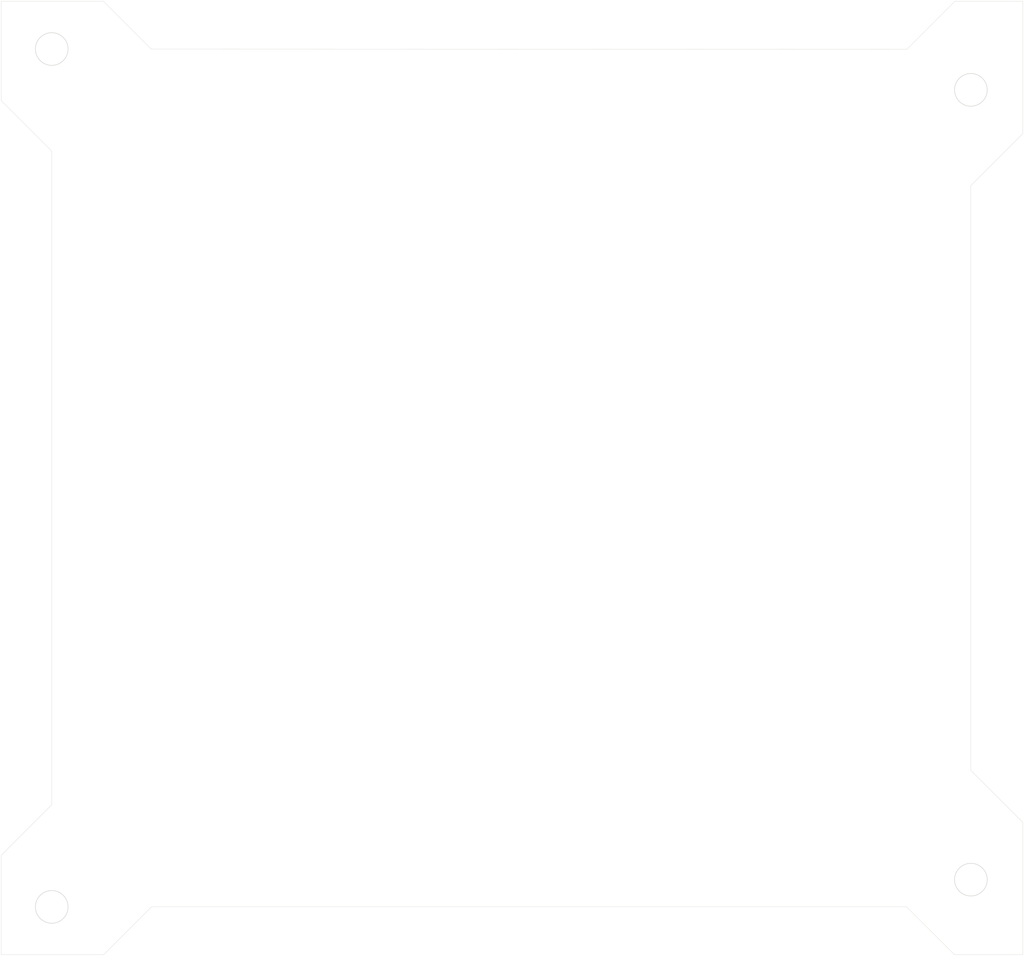
<source format=kicad_pcb>
(kicad_pcb (version 20171130) (host pcbnew "(5.1.4-0-10_14)")

  (general
    (thickness 1.6)
    (drawings 25)
    (tracks 0)
    (zones 0)
    (modules 0)
    (nets 2)
  )

  (page A4)
  (title_block
    (title "RC Test Circuit")
    (date 2019-11-18)
    (rev v1.0)
    (comment 4 "Author: Collin Heist")
  )

  (layers
    (0 F.Cu signal)
    (31 B.Cu signal)
    (32 B.Adhes user)
    (33 F.Adhes user)
    (34 B.Paste user hide)
    (35 F.Paste user)
    (36 B.SilkS user hide)
    (37 F.SilkS user)
    (38 B.Mask user)
    (39 F.Mask user)
    (40 Dwgs.User user hide)
    (41 Cmts.User user hide)
    (42 Eco1.User user hide)
    (43 Eco2.User user hide)
    (44 Edge.Cuts user)
    (45 Margin user hide)
    (46 B.CrtYd user hide)
    (47 F.CrtYd user hide)
    (48 B.Fab user)
    (49 F.Fab user hide)
  )

  (setup
    (last_trace_width 0.127)
    (user_trace_width 0.254)
    (user_trace_width 0.635)
    (user_trace_width 1.27)
    (user_trace_width 1.905)
    (user_trace_width 2.54)
    (trace_clearance 0.127)
    (zone_clearance 0.508)
    (zone_45_only no)
    (trace_min 0.127)
    (via_size 0.4572)
    (via_drill 0.254)
    (via_min_size 0.4572)
    (via_min_drill 0.254)
    (uvia_size 0.254)
    (uvia_drill 0.1016)
    (uvias_allowed no)
    (uvia_min_size 0)
    (uvia_min_drill 0)
    (edge_width 0.05)
    (segment_width 0.2)
    (pcb_text_width 0.3)
    (pcb_text_size 1.5 1.5)
    (mod_edge_width 0.12)
    (mod_text_size 1 1)
    (mod_text_width 0.15)
    (pad_size 3.50012 3.50012)
    (pad_drill 1.50114)
    (pad_to_mask_clearance 0.051)
    (solder_mask_min_width 0.25)
    (aux_axis_origin 0 0)
    (grid_origin 25.4 25.4)
    (visible_elements FFFFFF7F)
    (pcbplotparams
      (layerselection 0x010eb_ffffffff)
      (usegerberextensions false)
      (usegerberattributes false)
      (usegerberadvancedattributes false)
      (creategerberjobfile false)
      (excludeedgelayer true)
      (linewidth 0.100000)
      (plotframeref false)
      (viasonmask false)
      (mode 1)
      (useauxorigin false)
      (hpglpennumber 1)
      (hpglpenspeed 20)
      (hpglpendiameter 15.000000)
      (psnegative false)
      (psa4output false)
      (plotreference true)
      (plotvalue true)
      (plotinvisibletext false)
      (padsonsilk false)
      (subtractmaskfromsilk false)
      (outputformat 1)
      (mirror false)
      (drillshape 0)
      (scaleselection 1)
      (outputdirectory "Outputs/Gerbers/"))
  )

  (net 0 "")
  (net 1 GND)

  (net_class Default "This is the default net class."
    (clearance 0.127)
    (trace_width 0.127)
    (via_dia 0.4572)
    (via_drill 0.254)
    (uvia_dia 0.254)
    (uvia_drill 0.1016)
  )

  (gr_line (start 114.2746 114.3) (end 120.65 114.3) (layer Edge.Cuts) (width 0.0254) (tstamp 5DF35F49))
  (gr_line (start 34.9504 114.3) (end 25.4 114.3) (layer Edge.Cuts) (width 0.0254) (tstamp 5DF35F45))
  (gr_line (start 39.3954 109.855) (end 109.8296 109.855) (layer Edge.Cuts) (width 0.0254) (tstamp 5DF35F3F))
  (gr_line (start 39.3954 109.855) (end 34.9504 114.3) (layer Edge.Cuts) (width 0.0254))
  (gr_line (start 109.8296 109.855) (end 114.2746 114.3) (layer Edge.Cuts) (width 0.0254))
  (gr_line (start 120.65 114.3) (end 120.65 101.9556) (layer Edge.Cuts) (width 0.0254) (tstamp 5DF35F38))
  (gr_line (start 120.65 37.7444) (end 120.65 25.4) (layer Edge.Cuts) (width 0.0254) (tstamp 5DF35F34))
  (gr_line (start 115.824 97.1296) (end 120.65 101.9556) (layer Edge.Cuts) (width 0.0254))
  (gr_line (start 115.824 42.5704) (end 115.824 97.1296) (layer Edge.Cuts) (width 0.0254))
  (gr_line (start 115.824 42.5704) (end 120.65 37.7444) (layer Edge.Cuts) (width 0.0254))
  (gr_line (start 25.4 105.029) (end 25.4 114.3) (layer Edge.Cuts) (width 0.0254) (tstamp 5DF29BE1))
  (gr_line (start 114.3254 25.4) (end 120.65 25.4) (layer Edge.Cuts) (width 0.0254) (tstamp 5DF29B36))
  (gr_line (start 34.925 25.4) (end 25.4 25.4) (layer Edge.Cuts) (width 0.0254) (tstamp 5DF29B1E))
  (gr_line (start 109.855 29.8704) (end 39.37 29.845) (layer Edge.Cuts) (width 0.0254) (tstamp 5DF29B05))
  (gr_line (start 114.3 25.4254) (end 114.3254 25.4) (layer Edge.Cuts) (width 0.0254))
  (gr_line (start 109.855 29.8704) (end 114.3 25.4254) (layer Edge.Cuts) (width 0.0254))
  (gr_line (start 25.4 25.4) (end 25.4 34.671) (layer Edge.Cuts) (width 0.0254) (tstamp 5DF29A39))
  (gr_line (start 30.099 39.37) (end 30.099 100.33) (layer Edge.Cuts) (width 0.0254) (tstamp 5DF29A1C))
  (gr_line (start 30.099 100.33) (end 25.4 105.029) (layer Edge.Cuts) (width 0.0254))
  (gr_line (start 30.099 39.37) (end 25.4 34.671) (layer Edge.Cuts) (width 0.0254))
  (gr_line (start 39.37 29.845) (end 34.925 25.4) (layer Edge.Cuts) (width 0.0254))
  (gr_circle (center 115.824 33.655) (end 117.348 33.655) (layer Edge.Cuts) (width 0.05) (tstamp 5DD6DD73))
  (gr_circle (center 30.099 109.855) (end 31.623 109.855) (layer Edge.Cuts) (width 0.05))
  (gr_circle (center 115.824 107.315) (end 117.348 107.315) (layer Edge.Cuts) (width 0.05))
  (gr_circle (center 30.099 29.845) (end 31.623 29.845) (layer Edge.Cuts) (width 0.05))

  (zone (net 1) (net_name GND) (layer F.Cu) (tstamp 5E236BDA) (hatch edge 0.508)
    (connect_pads (clearance 0.508))
    (min_thickness 0.254)
    (fill (arc_segments 32) (thermal_gap 0.508) (thermal_bridge_width 0.508))
    (polygon
      (pts
        (xy 25.273 25.273) (xy 35.052 25.273) (xy 39.497 29.718) (xy 109.855 29.718) (xy 114.3 25.273)
        (xy 120.777 25.273) (xy 120.777 37.846) (xy 115.951 42.672) (xy 115.951 97.155) (xy 120.777 101.981)
        (xy 120.777 114.427) (xy 114.173 114.427) (xy 109.728 109.982) (xy 39.37 109.982) (xy 34.925 114.427)
        (xy 25.273 114.427) (xy 25.273 104.902) (xy 29.972 100.203) (xy 29.972 39.37) (xy 25.273 34.671)
      )
    )
  )
  (zone (net 1) (net_name GND) (layer B.Cu) (tstamp 5E236BD7) (hatch edge 0.508)
    (connect_pads (clearance 0.508))
    (min_thickness 0.254)
    (fill (arc_segments 32) (thermal_gap 0.508) (thermal_bridge_width 0.508))
    (polygon
      (pts
        (xy 25.273 114.427) (xy 34.925 114.427) (xy 39.37 109.982) (xy 109.728 109.982) (xy 114.173 114.427)
        (xy 120.777 114.427) (xy 120.777 101.981) (xy 115.951 97.155) (xy 115.951 42.672) (xy 120.777 37.846)
        (xy 120.777 25.273) (xy 114.3 25.273) (xy 109.855 29.718) (xy 39.497 29.718) (xy 35.052 25.273)
        (xy 25.273 25.273) (xy 25.273 34.671) (xy 29.972 39.37) (xy 29.972 100.203) (xy 25.273 104.902)
      )
    )
  )
)

</source>
